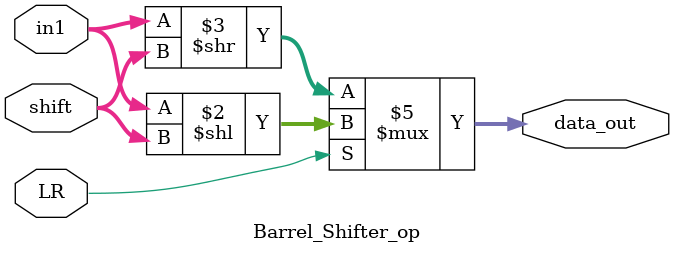
<source format=v>
`timescale 1ns / 1ps

    
    module Barrel_Shifter_op(

    input [7:0] in1,   // 8-bit input data
    input [2:0] shift,     // 3-bit shift amount (0 to 7)
    input LR,             // Direction: 0 for left, 1 for right
    output reg [7:0] data_out  );
    
    
    always @(*)
    begin
    if(LR)
    data_out <= in1 <<(shift);
    else
    data_out <= in1 >>(shift);
  end
endmodule

</source>
